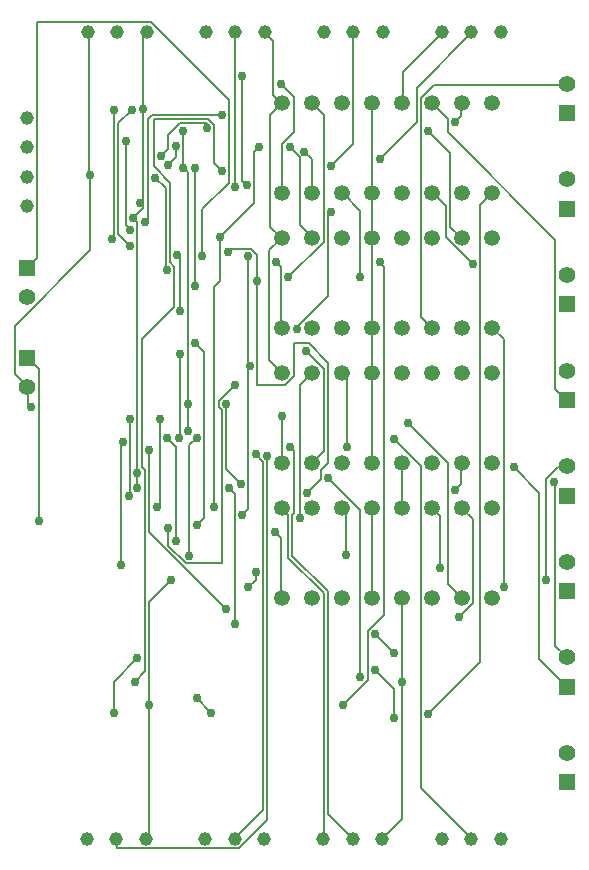
<source format=gbr>
G04 EAGLE Gerber RS-274X export*
G75*
%MOMM*%
%FSLAX34Y34*%
%LPD*%
%INBottom Copper*%
%IPPOS*%
%AMOC8*
5,1,8,0,0,1.08239X$1,22.5*%
G01*
G04 Define Apertures*
%ADD10C,1.343400*%
%ADD11R,1.408000X1.408000*%
%ADD12C,1.408000*%
%ADD13C,1.148000*%
%ADD14C,0.152400*%
%ADD15C,0.756400*%
D10*
X304800Y292100D03*
X330200Y292100D03*
X355600Y292100D03*
X381000Y292100D03*
X406400Y292100D03*
X431800Y292100D03*
X457200Y292100D03*
X482600Y292100D03*
X482600Y368300D03*
X457200Y368300D03*
X431800Y368300D03*
X406400Y368300D03*
X381000Y368300D03*
X355600Y368300D03*
X330200Y368300D03*
X304800Y368300D03*
X304800Y635000D03*
X330200Y635000D03*
X355600Y635000D03*
X381000Y635000D03*
X406400Y635000D03*
X431800Y635000D03*
X457200Y635000D03*
X482600Y635000D03*
X482600Y711200D03*
X457200Y711200D03*
X431800Y711200D03*
X406400Y711200D03*
X381000Y711200D03*
X355600Y711200D03*
X330200Y711200D03*
X304800Y711200D03*
X304800Y520700D03*
X330200Y520700D03*
X355600Y520700D03*
X381000Y520700D03*
X406400Y520700D03*
X431800Y520700D03*
X457200Y520700D03*
X482600Y520700D03*
X482600Y596900D03*
X457200Y596900D03*
X431800Y596900D03*
X406400Y596900D03*
X381000Y596900D03*
X355600Y596900D03*
X330200Y596900D03*
X304800Y596900D03*
X304800Y406400D03*
X330200Y406400D03*
X355600Y406400D03*
X381000Y406400D03*
X406400Y406400D03*
X431800Y406400D03*
X457200Y406400D03*
X482600Y406400D03*
X482600Y482600D03*
X457200Y482600D03*
X431800Y482600D03*
X406400Y482600D03*
X381000Y482600D03*
X355600Y482600D03*
X330200Y482600D03*
X304800Y482600D03*
D11*
X546100Y702400D03*
D12*
X546100Y727400D03*
D11*
X546100Y621457D03*
D12*
X546100Y646457D03*
D11*
X546100Y540514D03*
D12*
X546100Y565514D03*
D11*
X546100Y459571D03*
D12*
X546100Y484571D03*
D11*
X546100Y378629D03*
D12*
X546100Y403629D03*
D11*
X546100Y297686D03*
D12*
X546100Y322686D03*
D11*
X546100Y216743D03*
D12*
X546100Y241743D03*
D11*
X546100Y135800D03*
D12*
X546100Y160800D03*
D13*
X190300Y771100D03*
X165300Y771100D03*
X140300Y771100D03*
X290200Y771100D03*
X265200Y771100D03*
X240200Y771100D03*
X390100Y771100D03*
X365100Y771100D03*
X340100Y771100D03*
X490000Y771100D03*
X465000Y771100D03*
X440000Y771100D03*
X139700Y88200D03*
X164700Y88200D03*
X189700Y88200D03*
X239800Y88200D03*
X264800Y88200D03*
X289800Y88200D03*
X339900Y88200D03*
X364900Y88200D03*
X389900Y88200D03*
X440000Y88200D03*
X465000Y88200D03*
X490000Y88200D03*
D11*
X88900Y495300D03*
D12*
X88900Y470300D03*
D13*
X88900Y698500D03*
X88900Y673500D03*
X88900Y648500D03*
X88900Y623500D03*
D11*
X88900Y571500D03*
D12*
X88900Y546500D03*
D14*
X305000Y367500D02*
X310000Y362500D01*
X310000Y326250D01*
X340000Y296250D01*
X340000Y88750D01*
X305000Y367500D02*
X304800Y368300D01*
X340000Y88750D02*
X339900Y88200D01*
X297500Y763750D02*
X291250Y770000D01*
X297500Y763750D02*
X297500Y717500D01*
X303750Y711250D01*
X291250Y770000D02*
X290200Y771100D01*
X303750Y711250D02*
X304800Y711200D01*
X295000Y606250D02*
X303750Y597500D01*
X295000Y606250D02*
X295000Y701250D01*
X303750Y710000D01*
X303750Y597500D02*
X304800Y596900D01*
X303750Y710000D02*
X304800Y711200D01*
X293750Y493750D02*
X303750Y483750D01*
X293750Y493750D02*
X293750Y586250D01*
X303750Y596250D01*
X303750Y483750D02*
X304800Y482600D01*
X303750Y596250D02*
X304800Y596900D01*
X187500Y622500D02*
X178750Y613750D01*
X187500Y706250D02*
X187500Y767500D01*
X187500Y706250D02*
X187500Y626250D01*
X187500Y622500D01*
X187500Y767500D02*
X190000Y770000D01*
X190300Y771100D01*
X187500Y626250D02*
X185000Y626250D01*
X182500Y397500D02*
X182500Y385000D01*
X182500Y610000D02*
X178750Y613750D01*
X182500Y610000D02*
X182500Y397500D01*
D15*
X178750Y613750D03*
X185000Y626250D03*
X182500Y385000D03*
X182500Y397500D03*
X187500Y706250D03*
D14*
X211250Y307500D02*
X192500Y288750D01*
X192500Y201250D02*
X192500Y91250D01*
X192500Y201250D02*
X192500Y288750D01*
X192500Y91250D02*
X190000Y88750D01*
X189700Y88200D01*
X92500Y453750D02*
X90000Y456250D01*
X90000Y470000D01*
X88900Y470300D01*
X142500Y650000D02*
X141250Y651250D01*
X141250Y770000D01*
X140300Y771100D01*
X78750Y481250D02*
X88750Y471250D01*
X78750Y481250D02*
X78750Y522500D01*
X142500Y586250D01*
X142500Y650000D01*
X88750Y471250D02*
X88900Y470300D01*
X407500Y737500D02*
X440000Y770000D01*
X407500Y737500D02*
X407500Y711250D01*
X440000Y770000D02*
X440000Y771100D01*
X407500Y711250D02*
X406400Y711200D01*
X381250Y635000D02*
X381250Y597500D01*
X381000Y596900D01*
X381250Y635000D02*
X381000Y635000D01*
X381250Y635000D02*
X381250Y710000D01*
X381000Y711200D01*
X381250Y635000D02*
X381000Y635000D01*
X381250Y520000D02*
X381250Y483750D01*
X381000Y482600D01*
X381250Y520000D02*
X381000Y520700D01*
X381250Y367500D02*
X381250Y292500D01*
X381000Y292100D01*
X381250Y367500D02*
X381000Y368300D01*
X406250Y291250D02*
X406250Y221250D01*
X406250Y291250D02*
X406400Y292100D01*
X406250Y368750D02*
X406250Y406250D01*
X406400Y406400D01*
X406250Y368750D02*
X406400Y368300D01*
X381250Y407500D02*
X381250Y482500D01*
X381000Y482600D01*
X381250Y407500D02*
X381000Y406400D01*
X381250Y521250D02*
X381250Y596250D01*
X381000Y596900D01*
X381250Y521250D02*
X381000Y520700D01*
X406250Y105000D02*
X390000Y88750D01*
X406250Y105000D02*
X406250Y221250D01*
X390000Y88750D02*
X389900Y88200D01*
D15*
X211250Y307500D03*
X192500Y201250D03*
X92500Y453750D03*
X142500Y650000D03*
X406250Y221250D03*
D14*
X182500Y241250D02*
X162500Y221250D01*
X162500Y195000D01*
X483750Y520000D02*
X492500Y511250D01*
X492500Y301250D01*
X483750Y520000D02*
X482600Y520700D01*
D15*
X182500Y241250D03*
X162500Y195000D03*
X492500Y301250D03*
D14*
X225000Y433750D02*
X225000Y456250D01*
X225000Y652500D02*
X221250Y656250D01*
X225000Y652500D02*
X225000Y456250D01*
X221250Y656250D02*
X221250Y687500D01*
D15*
X225000Y433750D03*
X225000Y456250D03*
X221250Y656250D03*
X221250Y687500D03*
D14*
X346250Y657500D02*
X365000Y676250D01*
X365000Y770000D01*
X365100Y771100D01*
D15*
X346250Y657500D03*
D14*
X387500Y663750D02*
X418750Y695000D01*
X418750Y723750D01*
X465000Y770000D01*
X465000Y771100D01*
D15*
X387500Y663750D03*
D14*
X265000Y640000D02*
X265000Y770000D01*
X265200Y771100D01*
D15*
X265000Y640000D03*
D14*
X271250Y645000D02*
X275000Y641250D01*
X271250Y645000D02*
X271250Y733750D01*
D15*
X275000Y641250D03*
X271250Y733750D03*
D14*
X247500Y660000D02*
X253750Y653750D01*
X247500Y660000D02*
X247500Y692500D01*
X242500Y697500D01*
X196250Y697500D01*
X196250Y657500D01*
X210000Y643750D01*
X210000Y576250D01*
X213750Y572500D01*
X213750Y538750D01*
X186250Y511250D01*
X186250Y402500D01*
X188750Y400000D01*
X188750Y230000D01*
X180000Y221250D01*
D15*
X253750Y653750D03*
X180000Y221250D03*
D14*
X391250Y572500D02*
X387500Y576250D01*
X391250Y572500D02*
X391250Y277500D01*
X377500Y263750D01*
X377500Y222500D01*
X356250Y201250D01*
D15*
X387500Y576250D03*
X356250Y201250D03*
D14*
X232500Y353750D02*
X238750Y360000D01*
X238750Y500000D01*
X231250Y507500D01*
D15*
X232500Y353750D03*
X231250Y507500D03*
D14*
X337500Y392500D02*
X326250Y381250D01*
X337500Y392500D02*
X337500Y400000D01*
X343750Y406250D01*
X343750Y491250D01*
X327500Y507500D01*
X315000Y507500D01*
X315000Y480000D01*
X307500Y472500D01*
X283750Y472500D01*
X283750Y560000D02*
X283750Y582500D01*
X283750Y560000D02*
X283750Y472500D01*
X283750Y582500D02*
X278750Y587500D01*
X258750Y587500D01*
X258750Y585000D01*
D15*
X326250Y381250D03*
X258750Y585000D03*
X283750Y560000D03*
D14*
X276250Y367500D02*
X271250Y362500D01*
X276250Y488750D02*
X276250Y581250D01*
X276250Y488750D02*
X276250Y367500D01*
X276250Y488750D02*
X277500Y488750D01*
D15*
X271250Y362500D03*
X276250Y581250D03*
X277500Y488750D03*
D14*
X247500Y555000D02*
X247500Y368750D01*
X247500Y555000D02*
X252500Y560000D01*
X252500Y597500D01*
X281250Y670000D02*
X285000Y673750D01*
X281250Y670000D02*
X281250Y626250D01*
X252500Y597500D01*
D15*
X247500Y368750D03*
X252500Y597500D03*
X285000Y673750D03*
D14*
X340000Y593750D02*
X310000Y563750D01*
X340000Y593750D02*
X340000Y701250D01*
X331250Y710000D01*
X330200Y711200D01*
D15*
X310000Y563750D03*
D14*
X191250Y612500D02*
X188750Y610000D01*
X191250Y612500D02*
X191250Y697500D01*
X195000Y701250D01*
X253750Y701250D01*
X451250Y695000D02*
X456250Y700000D01*
X456250Y710000D01*
X457200Y711200D01*
D15*
X188750Y610000D03*
X253750Y701250D03*
X451250Y695000D03*
D14*
X176250Y603750D02*
X172500Y607500D01*
X172500Y678750D01*
D15*
X176250Y603750D03*
X172500Y678750D03*
D14*
X323750Y670000D02*
X330000Y663750D01*
X330000Y635000D01*
X330200Y635000D01*
D15*
X323750Y670000D03*
D14*
X215000Y665000D02*
X208750Y658750D01*
X215000Y665000D02*
X215000Y675000D01*
X311250Y673750D02*
X320000Y665000D01*
X320000Y607500D01*
X330000Y597500D01*
X330200Y596900D01*
D15*
X208750Y658750D03*
X215000Y675000D03*
X311250Y673750D03*
D14*
X208750Y672500D02*
X202500Y666250D01*
X208750Y672500D02*
X208750Y683750D01*
X218750Y693750D01*
X241250Y693750D01*
X241250Y690000D01*
X428750Y687500D02*
X447500Y668750D01*
X447500Y606250D01*
X456250Y597500D01*
X457200Y596900D01*
D15*
X202500Y666250D03*
X241250Y690000D03*
X428750Y687500D03*
D14*
X218750Y580000D02*
X216250Y582500D01*
X218750Y580000D02*
X218750Y535000D01*
D15*
X216250Y582500D03*
X218750Y535000D03*
D14*
X231250Y556250D02*
X231250Y656250D01*
D15*
X231250Y656250D03*
X231250Y556250D03*
D14*
X300000Y576250D02*
X303750Y572500D01*
X303750Y521250D01*
X304800Y520700D01*
D15*
X300000Y576250D03*
D14*
X206250Y638750D02*
X197500Y647500D01*
X206250Y638750D02*
X206250Y571250D01*
X207500Y570000D01*
D15*
X197500Y647500D03*
X207500Y570000D03*
D14*
X162500Y597500D02*
X161250Y596250D01*
X162500Y597500D02*
X162500Y705000D01*
X303750Y727500D02*
X315000Y716250D01*
X315000Y686250D01*
X305000Y676250D01*
X305000Y635000D01*
X304800Y635000D01*
D15*
X161250Y596250D03*
X162500Y705000D03*
X303750Y727500D03*
D14*
X166250Y600000D02*
X176250Y590000D01*
X166250Y600000D02*
X166250Y693750D01*
X177500Y705000D01*
D15*
X176250Y590000D03*
X177500Y705000D03*
D14*
X422500Y530000D02*
X431250Y521250D01*
X422500Y530000D02*
X422500Y715000D01*
X433750Y726250D01*
X545000Y726250D01*
X431250Y521250D02*
X431800Y520700D01*
X545000Y726250D02*
X546100Y727400D01*
X371250Y620000D02*
X356250Y635000D01*
X371250Y620000D02*
X371250Y563750D01*
X356250Y635000D02*
X355600Y635000D01*
D15*
X371250Y563750D03*
D14*
X432500Y635000D02*
X443750Y623750D01*
X443750Y597500D01*
X466250Y575000D01*
X432500Y635000D02*
X431800Y635000D01*
D15*
X466250Y575000D03*
D14*
X445000Y697500D02*
X432500Y710000D01*
X445000Y697500D02*
X445000Y686250D01*
X536250Y595000D01*
X536250Y468750D01*
X545000Y460000D01*
X432500Y710000D02*
X431800Y711200D01*
X545000Y460000D02*
X546100Y459571D01*
X245000Y195000D02*
X232500Y207500D01*
X472500Y625000D02*
X482500Y635000D01*
X472500Y625000D02*
X472500Y237500D01*
X428750Y193750D01*
X482500Y635000D02*
X482600Y635000D01*
D15*
X232500Y207500D03*
X245000Y195000D03*
X428750Y193750D03*
D14*
X226250Y421250D02*
X232500Y427500D01*
X226250Y421250D02*
X226250Y327500D01*
D15*
X232500Y427500D03*
X226250Y327500D03*
D14*
X528750Y307500D02*
X528750Y392500D01*
X538750Y402500D01*
X545000Y402500D01*
X546100Y403629D01*
D15*
X528750Y307500D03*
D14*
X438750Y361250D02*
X432500Y367500D01*
X438750Y361250D02*
X438750Y317500D01*
X432500Y367500D02*
X431800Y368300D01*
D15*
X438750Y317500D03*
D14*
X358750Y365000D02*
X356250Y367500D01*
X358750Y365000D02*
X358750Y328750D01*
X356250Y367500D02*
X355600Y368300D01*
D15*
X358750Y328750D03*
D14*
X501250Y402500D02*
X522500Y381250D01*
X522500Y240000D01*
X545000Y217500D01*
X546100Y216743D01*
D15*
X501250Y402500D03*
D14*
X535000Y390000D02*
X536250Y388750D01*
X536250Y251250D01*
X545000Y242500D01*
X546100Y241743D01*
D15*
X535000Y390000D03*
D14*
X360000Y478750D02*
X356250Y482500D01*
X360000Y478750D02*
X360000Y420000D01*
X356250Y482500D02*
X355600Y482600D01*
D15*
X360000Y420000D03*
D14*
X98750Y486250D02*
X90000Y495000D01*
X98750Y486250D02*
X98750Y357500D01*
X90000Y495000D02*
X88900Y495300D01*
D15*
X98750Y357500D03*
D14*
X343750Y393750D02*
X371250Y366250D01*
X371250Y225000D01*
D15*
X343750Y393750D03*
X371250Y225000D03*
D14*
X265000Y380000D02*
X260000Y385000D01*
X265000Y380000D02*
X265000Y270000D01*
X383750Y261250D02*
X400000Y245000D01*
D15*
X260000Y385000D03*
X265000Y270000D03*
X383750Y261250D03*
X400000Y245000D03*
D14*
X292500Y103750D02*
X292500Y412500D01*
X292500Y103750D02*
X268750Y80000D01*
X165000Y80000D01*
X165000Y87500D01*
X164700Y88200D01*
D15*
X292500Y412500D03*
D14*
X288750Y407500D02*
X282500Y413750D01*
X288750Y407500D02*
X288750Y112500D01*
X265000Y88750D01*
X264800Y88200D01*
D15*
X282500Y413750D03*
D14*
X311250Y420000D02*
X315000Y416250D01*
X315000Y363750D01*
X313750Y362500D01*
X313750Y327500D01*
X343750Y297500D01*
X343750Y108750D01*
X363750Y88750D01*
X364900Y88200D01*
D15*
X311250Y420000D03*
D14*
X400000Y426250D02*
X422500Y403750D01*
X422500Y131250D01*
X465000Y88750D01*
X465000Y88200D01*
D15*
X400000Y426250D03*
D14*
X320000Y472500D02*
X320000Y360000D01*
X320000Y472500D02*
X330000Y482500D01*
X330200Y482600D01*
D15*
X320000Y360000D03*
D14*
X303750Y342500D02*
X298750Y347500D01*
X303750Y342500D02*
X303750Y292500D01*
X304800Y292100D01*
D15*
X298750Y347500D03*
D14*
X176250Y380000D02*
X175000Y378750D01*
X176250Y380000D02*
X176250Y443750D01*
D15*
X175000Y378750D03*
X176250Y443750D03*
D14*
X282500Y307500D02*
X276250Y301250D01*
X282500Y307500D02*
X282500Y313750D01*
X451250Y383750D02*
X456250Y388750D01*
X456250Y406250D01*
X457200Y406400D01*
D15*
X276250Y301250D03*
X282500Y313750D03*
X451250Y383750D03*
D14*
X218750Y428750D02*
X217500Y427500D01*
X218750Y428750D02*
X218750Y498750D01*
X325000Y501250D02*
X340000Y486250D01*
X340000Y416250D01*
X331250Y407500D01*
X330200Y406400D01*
D15*
X217500Y427500D03*
X218750Y498750D03*
X325000Y501250D03*
D14*
X215000Y420000D02*
X207500Y427500D01*
X215000Y420000D02*
X215000Y340000D01*
D15*
X207500Y427500D03*
X215000Y340000D03*
D14*
X168750Y422500D02*
X170000Y423750D01*
X168750Y422500D02*
X168750Y320000D01*
X455000Y276250D02*
X466250Y287500D01*
X466250Y358750D01*
X457500Y367500D01*
X457200Y368300D01*
D15*
X170000Y423750D03*
X168750Y320000D03*
X455000Y276250D03*
D14*
X192500Y347500D02*
X192500Y417500D01*
X192500Y347500D02*
X257500Y282500D01*
D15*
X192500Y417500D03*
X257500Y282500D03*
D14*
X411250Y440000D02*
X445000Y406250D01*
X445000Y303750D01*
X456250Y292500D01*
X457200Y292100D01*
D15*
X411250Y440000D03*
D14*
X208750Y351250D02*
X208750Y336250D01*
X223750Y321250D01*
X253750Y321250D01*
X253750Y451250D01*
X251250Y453750D01*
X251250Y458750D01*
X265000Y472500D01*
D15*
X208750Y351250D03*
X265000Y472500D03*
D14*
X201250Y371250D02*
X198750Y368750D01*
X201250Y371250D02*
X201250Y443750D01*
X305000Y446250D02*
X305000Y407500D01*
X304800Y406400D01*
D15*
X198750Y368750D03*
X201250Y443750D03*
X305000Y446250D03*
D14*
X237500Y581250D02*
X237500Y621250D01*
X260000Y643750D01*
X260000Y713750D01*
X193750Y780000D01*
X97500Y780000D01*
X97500Y580000D01*
X90000Y572500D01*
X88900Y571500D01*
D15*
X237500Y581250D03*
D14*
X383750Y231250D02*
X400000Y215000D01*
X400000Y190000D01*
D15*
X383750Y231250D03*
X400000Y190000D03*
D14*
X343750Y616250D02*
X346250Y618750D01*
X343750Y616250D02*
X343750Y547500D01*
X317500Y521250D01*
X317500Y520000D01*
D15*
X346250Y618750D03*
X317500Y520000D03*
D14*
X257500Y401250D02*
X270000Y388750D01*
X257500Y401250D02*
X257500Y456250D01*
D15*
X270000Y388750D03*
X257500Y456250D03*
M02*

</source>
